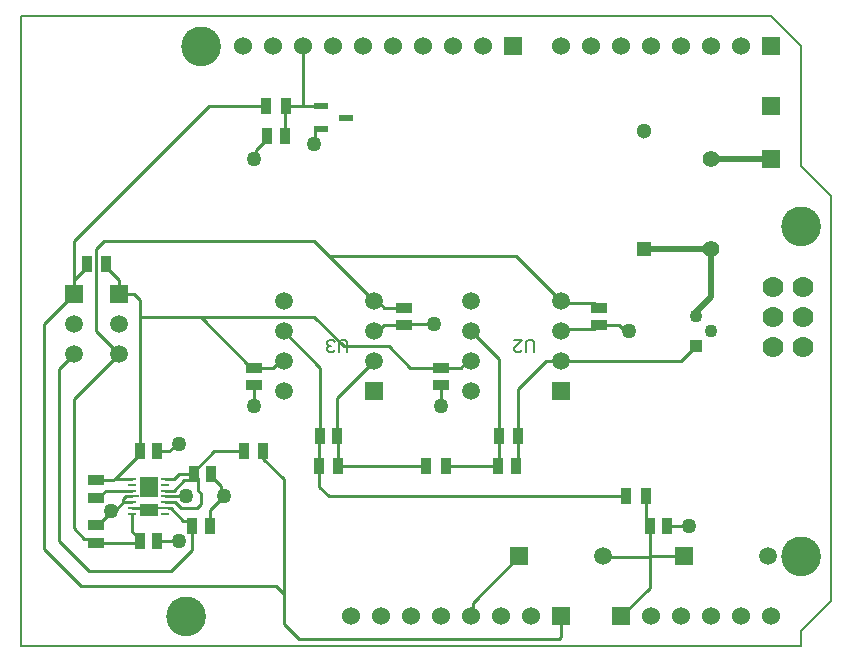
<source format=gtl>
G04*
G04 #@! TF.GenerationSoftware,Altium Limited,Altium Designer,20.0.12 (288)*
G04*
G04 Layer_Physical_Order=1*
G04 Layer_Color=255*
%FSLAX25Y25*%
%MOIN*%
G70*
G01*
G75*
%ADD14C,0.01000*%
%ADD15C,0.00500*%
%ADD17C,0.00700*%
%ADD18R,0.03347X0.05315*%
%ADD19R,0.05315X0.03740*%
%ADD20R,0.03740X0.05315*%
%ADD21R,0.01181X0.00984*%
%ADD22R,0.01968X0.00984*%
%ADD23R,0.06496X0.04213*%
%ADD24R,0.06496X0.07008*%
%ADD25R,0.02756X0.00984*%
%ADD26R,0.05118X0.02362*%
%ADD36C,0.04331*%
%ADD37R,0.04331X0.04331*%
%ADD40C,0.05118*%
%ADD41R,0.05118X0.05118*%
%ADD47C,0.02000*%
%ADD48C,0.05906*%
%ADD49R,0.05906X0.05906*%
%ADD50R,0.05906X0.05906*%
%ADD51C,0.05512*%
%ADD52C,0.12598*%
%ADD53R,0.06000X0.06000*%
%ADD54C,0.06000*%
%ADD55C,0.07000*%
%ADD56C,0.05000*%
D14*
X27500Y135000D02*
X97500D01*
X102500Y130000D01*
X25000Y132500D02*
X27500Y135000D01*
X25000Y105000D02*
Y132500D01*
X17500Y122067D02*
Y135000D01*
Y117500D02*
Y122067D01*
X21845Y126411D01*
Y127396D01*
X28341Y126411D02*
Y127396D01*
Y126411D02*
X32500Y122252D01*
Y117500D02*
Y122252D01*
X64213Y65000D02*
X74338D01*
X57500Y58287D02*
X64213Y65000D01*
X87500Y17500D02*
Y55748D01*
X80748Y62500D02*
X87500Y55748D01*
X215453Y40000D02*
X222500D01*
X209774Y30000D02*
X221024D01*
X209547Y29774D02*
X209774Y30000D01*
X209547Y29774D02*
Y40000D01*
Y19547D02*
Y29774D01*
X193976Y30000D02*
X194203Y29774D01*
X209547D01*
X200000Y10000D02*
X209547Y19547D01*
X208248Y41299D02*
Y50000D01*
Y41299D02*
X209547Y40000D01*
X150000Y10000D02*
X150524Y10524D01*
Y14500D01*
X166024Y30000D01*
X49970Y45987D02*
X54066Y41890D01*
X49262Y45987D02*
X49970D01*
X36988Y46063D02*
X41831D01*
X42500Y45394D01*
X35000Y50000D02*
X36988D01*
X34150Y49150D02*
X35000Y50000D01*
X34150Y48031D02*
Y49150D01*
X192500Y107047D02*
X199370D01*
X201418Y105000D01*
X202500D01*
X127500Y107047D02*
X127953Y107500D01*
X137500D01*
X45453Y65000D02*
X49343D01*
X51843Y67500D01*
X52500D01*
X62953Y40000D02*
Y45453D01*
X67500Y50000D01*
X63406Y56713D02*
Y57500D01*
Y56713D02*
X66735Y53383D01*
Y50765D02*
Y53383D01*
Y50765D02*
X67500Y50000D01*
X57500Y57500D02*
Y58287D01*
X34150Y48031D02*
X36988D01*
X31883Y45765D02*
X34150Y48031D01*
X30765Y45765D02*
X31883D01*
X30000Y45000D02*
X30765Y45765D01*
X25000Y40453D02*
X25787D01*
X30000Y44665D01*
Y45000D01*
X60000Y47500D02*
Y50856D01*
X53385Y46100D02*
X58600D01*
X60000Y47500D01*
X58870Y51986D02*
X60000Y50856D01*
X58870Y51986D02*
Y56130D01*
X57500Y57500D02*
X58870Y56130D01*
X48890Y46063D02*
X49186D01*
X54066Y41890D02*
X55677D01*
X57047Y40520D01*
Y34983D02*
Y40520D01*
X49186Y46063D02*
X49262Y45987D01*
X39094Y34547D02*
Y36240D01*
X36988Y38346D02*
Y44094D01*
Y38346D02*
X39094Y36240D01*
X25453Y34547D02*
X39094D01*
X24083Y35917D02*
X25453Y34547D01*
X21083Y35917D02*
X24083D01*
X17500Y39500D02*
X21083Y35917D01*
X17500Y39500D02*
Y82500D01*
X50000Y25000D02*
X57086Y32086D01*
X57047Y34983D02*
X57086Y34945D01*
Y32086D02*
Y34945D01*
X45453Y35000D02*
X52500D01*
Y57500D02*
X57500D01*
X48012Y55905D02*
X50906D01*
X52500Y57500D01*
X48012Y51968D02*
X50890D01*
X54264Y55343D01*
X56130D01*
X57500Y56713D01*
Y57500D01*
X51453Y48031D02*
X53385Y46100D01*
X48012Y48031D02*
X51453D01*
X48012Y50000D02*
X55000D01*
X28209Y51968D02*
X36988D01*
X25787Y49547D02*
X28209Y51968D01*
X25000Y49547D02*
X25787D01*
X31240Y55905D02*
X39547Y64213D01*
X31240Y55905D02*
X36988D01*
X30787Y55453D02*
X31240Y55905D01*
X25000Y55453D02*
X30787D01*
X122500Y100000D02*
X129547Y92953D01*
X97667Y109833D02*
X107500Y100000D01*
X129547Y92953D02*
X140000D01*
X107500Y100000D02*
X122500D01*
X37500Y117500D02*
X39547Y115453D01*
Y109833D02*
Y115453D01*
X32500Y117500D02*
X37500D01*
X39547Y65000D02*
Y109833D01*
X59833D01*
X97667D01*
X59833D02*
X76713Y92953D01*
X165000Y130000D02*
X180000Y115000D01*
X102500Y130000D02*
X165000D01*
X102500D02*
X117500Y115000D01*
X25000Y105000D02*
X32500Y97500D01*
X76713Y92953D02*
X77500D01*
X39547Y64213D02*
Y65000D01*
X17500Y82500D02*
X32500Y97500D01*
X12500Y35000D02*
Y92500D01*
Y35000D02*
X22500Y25000D01*
X50000D01*
X85000Y20000D02*
X87500Y17500D01*
X7500Y32500D02*
Y107500D01*
Y32500D02*
X20000Y20000D01*
X85000D01*
X12500Y92500D02*
X17500Y97500D01*
X87500Y7500D02*
Y17500D01*
Y7500D02*
X92500Y2500D01*
X7500Y107500D02*
X17500Y117500D01*
X62500Y180000D02*
X81752D01*
X17500Y135000D02*
X62500Y180000D01*
X92500Y2500D02*
X179414D01*
X180000Y3086D02*
Y10000D01*
X179414Y2500D02*
X180000Y3086D01*
X140000Y80000D02*
Y87047D01*
X77500Y80000D02*
Y87047D01*
X120875Y107047D02*
X127500D01*
X118827Y105000D02*
X120875Y107047D01*
X117500Y105000D02*
X118827D01*
X180000D02*
X180677Y105677D01*
X191130D01*
X192500Y107047D01*
X180000Y115000D02*
X180677Y114323D01*
X191130D01*
X192500Y112953D01*
X102500Y50000D02*
X200748D01*
X99252Y53248D02*
Y60000D01*
Y53248D02*
X102500Y50000D01*
X77500Y92953D02*
X84125D01*
X86173Y95000D01*
X87500D01*
X105748Y60000D02*
X135000D01*
X141496D02*
X159095D01*
X105453Y70000D02*
Y82953D01*
X117500Y95000D01*
X105748Y60000D02*
Y69705D01*
X105453Y70000D02*
X105748Y69705D01*
X99252Y60000D02*
Y69705D01*
X99547Y70000D01*
Y92953D01*
X87500Y105000D02*
X99547Y92953D01*
X120875Y112953D02*
X127500D01*
X118827Y115000D02*
X120875Y112953D01*
X117500Y115000D02*
X118827D01*
X140000Y92953D02*
X146625D01*
X148673Y95000D01*
X150000D01*
X159252Y60158D02*
Y70000D01*
X159095Y60000D02*
X159252Y60158D01*
X165748Y60748D02*
Y70000D01*
X165000Y60000D02*
X165748Y60748D01*
X175000Y95000D02*
X180000D01*
X165748Y70000D02*
Y85748D01*
X175000Y95000D01*
X150000Y105000D02*
X159252Y95748D01*
Y70000D02*
Y95748D01*
X180000Y95000D02*
X220000D01*
X225000Y100000D01*
X98622Y172520D02*
X100000D01*
X97941Y171839D02*
X98622Y172520D01*
X97941Y167941D02*
Y171839D01*
X97500Y167500D02*
X97941Y167941D01*
X82047Y169213D02*
Y170000D01*
X78265Y165431D02*
X82047Y169213D01*
X78265Y163265D02*
Y165431D01*
X77500Y162500D02*
X78265Y163265D01*
X87953Y170000D02*
Y179705D01*
X88248Y180000D01*
X94124D02*
X100000D01*
X88248D02*
X94124D01*
X94000Y200000D02*
X94124Y199876D01*
Y180000D02*
Y199876D01*
D15*
X266299Y140000D02*
G03*
X266299Y140000I-6299J0D01*
G01*
X61299Y10000D02*
G03*
X61299Y10000I-6299J0D01*
G01*
X266299Y30000D02*
G03*
X266299Y30000I-6299J0D01*
G01*
X66299Y200000D02*
G03*
X66299Y200000I-6299J0D01*
G01*
X0Y210000D02*
X250000D01*
X0Y0D02*
X260000D01*
X0D02*
Y210000D01*
X250000D02*
X260000Y200000D01*
Y160000D02*
Y200000D01*
Y160000D02*
X270000Y150000D01*
Y15000D02*
Y150000D01*
X260000Y5000D02*
X270000Y15000D01*
X260000Y0D02*
Y5000D01*
D17*
X171000Y98001D02*
Y101334D01*
X170334Y102000D01*
X169001D01*
X168334Y101334D01*
Y98001D01*
X164336Y102000D02*
X167001D01*
X164336Y99334D01*
Y98668D01*
X165002Y98001D01*
X166335D01*
X167001Y98668D01*
X108500Y98001D02*
Y101334D01*
X107834Y102000D01*
X106501D01*
X105834Y101334D01*
Y98001D01*
X104501Y98668D02*
X103835Y98001D01*
X102502D01*
X101836Y98668D01*
Y99334D01*
X102502Y100001D01*
X103168D01*
X102502D01*
X101836Y100667D01*
Y101334D01*
X102502Y102000D01*
X103835D01*
X104501Y101334D01*
D18*
X28341Y127396D02*
D03*
X21845D02*
D03*
X74252Y65000D02*
D03*
X80748D02*
D03*
X208248Y50000D02*
D03*
X201752D02*
D03*
X88248Y180000D02*
D03*
X81752D02*
D03*
X165748Y70000D02*
D03*
X159252D02*
D03*
X105748Y60000D02*
D03*
X99252D02*
D03*
X141496D02*
D03*
X135000D02*
D03*
D19*
X127500Y107047D02*
D03*
Y112953D02*
D03*
X140000Y87047D02*
D03*
Y92953D02*
D03*
X192500Y107047D02*
D03*
Y112953D02*
D03*
X25000Y55453D02*
D03*
Y49547D02*
D03*
Y34547D02*
D03*
Y40453D02*
D03*
X77500Y92953D02*
D03*
Y87047D02*
D03*
D20*
X215453Y40000D02*
D03*
X209547D02*
D03*
X39547Y35000D02*
D03*
X45453D02*
D03*
X57500Y57500D02*
D03*
X63406D02*
D03*
X57047Y40000D02*
D03*
X62953D02*
D03*
X87953Y170000D02*
D03*
X82047D02*
D03*
X159095Y60000D02*
D03*
X165000D02*
D03*
X99547Y70000D02*
D03*
X105453D02*
D03*
X39547Y65000D02*
D03*
X45453D02*
D03*
D21*
X38681Y50000D02*
D03*
D22*
X46043Y46063D02*
D03*
D23*
X42500Y45394D02*
D03*
D24*
Y53012D02*
D03*
D25*
X48012Y55905D02*
D03*
Y53937D02*
D03*
Y51968D02*
D03*
Y50000D02*
D03*
Y48031D02*
D03*
Y46063D02*
D03*
Y44094D02*
D03*
X36988D02*
D03*
Y46063D02*
D03*
Y48031D02*
D03*
Y50000D02*
D03*
Y51968D02*
D03*
Y53937D02*
D03*
Y55905D02*
D03*
D26*
X100000Y180000D02*
D03*
Y172520D02*
D03*
X108268Y176260D02*
D03*
D36*
X230000Y105000D02*
D03*
X225000Y110000D02*
D03*
D37*
Y100000D02*
D03*
D40*
X207500Y171870D02*
D03*
D41*
Y132500D02*
D03*
D47*
X224226Y110774D02*
X230000Y116548D01*
Y132500D01*
X207500D02*
X230000D01*
Y162500D02*
X250000D01*
D48*
X32500Y97500D02*
D03*
Y107500D02*
D03*
X17500Y97500D02*
D03*
Y107500D02*
D03*
X193976Y30000D02*
D03*
X248976D02*
D03*
X180000Y95000D02*
D03*
Y105000D02*
D03*
Y115000D02*
D03*
X150000Y85000D02*
D03*
Y95000D02*
D03*
Y105000D02*
D03*
Y115000D02*
D03*
X117500Y95000D02*
D03*
Y105000D02*
D03*
Y115000D02*
D03*
X87500Y85000D02*
D03*
Y95000D02*
D03*
Y105000D02*
D03*
Y115000D02*
D03*
D49*
X32500Y117500D02*
D03*
X17500D02*
D03*
X250000Y180000D02*
D03*
Y162500D02*
D03*
D50*
X166024Y30000D02*
D03*
X221024D02*
D03*
X180000Y85000D02*
D03*
X117500D02*
D03*
D51*
X230000Y162500D02*
D03*
Y132500D02*
D03*
D52*
X260000Y30000D02*
D03*
Y140000D02*
D03*
X55000Y10000D02*
D03*
X60000Y200000D02*
D03*
D53*
X200000Y10000D02*
D03*
X164000Y200000D02*
D03*
X250000D02*
D03*
X180000Y10000D02*
D03*
D54*
X210000D02*
D03*
X220000D02*
D03*
X230000D02*
D03*
X240000D02*
D03*
X250000D02*
D03*
X154000Y200000D02*
D03*
X144000D02*
D03*
X134000D02*
D03*
X124000D02*
D03*
X114000D02*
D03*
X104000D02*
D03*
X94000D02*
D03*
X84000D02*
D03*
X74000D02*
D03*
X220000D02*
D03*
X210000D02*
D03*
X200000D02*
D03*
X190000D02*
D03*
X180000D02*
D03*
X240000D02*
D03*
X230000D02*
D03*
X150000Y10000D02*
D03*
X140000D02*
D03*
X130000D02*
D03*
X120000D02*
D03*
X110000D02*
D03*
X170000D02*
D03*
X160000D02*
D03*
D55*
X250551Y119803D02*
D03*
X260551D02*
D03*
X250551Y109803D02*
D03*
X260551D02*
D03*
X250551Y99803D02*
D03*
X260551D02*
D03*
D56*
X222500Y40000D02*
D03*
X202500Y105000D02*
D03*
X137500Y107500D02*
D03*
X52500Y67500D02*
D03*
X67500Y50000D02*
D03*
X30000Y45000D02*
D03*
X52500Y35000D02*
D03*
X55000Y50000D02*
D03*
X140000Y80000D02*
D03*
X77500D02*
D03*
X97500Y167500D02*
D03*
X77500Y162500D02*
D03*
M02*

</source>
